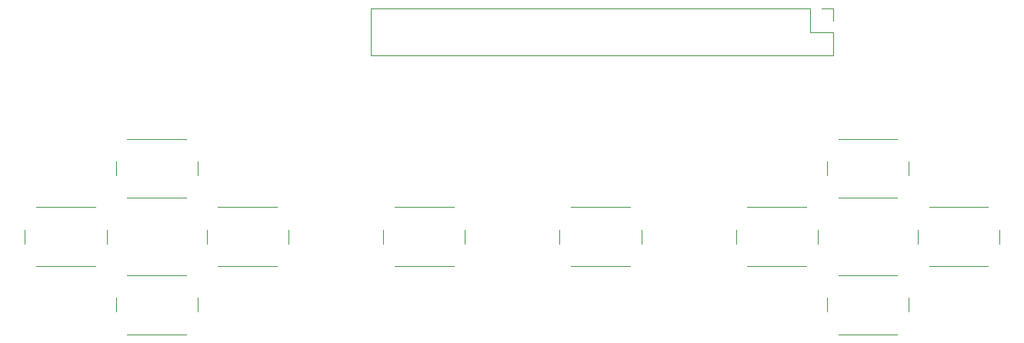
<source format=gbr>
G04 #@! TF.GenerationSoftware,KiCad,Pcbnew,(5.0.2)-1*
G04 #@! TF.CreationDate,2019-11-02T01:01:46-04:00*
G04 #@! TF.ProjectId,gamepad,67616d65-7061-4642-9e6b-696361645f70,rev?*
G04 #@! TF.SameCoordinates,Original*
G04 #@! TF.FileFunction,Legend,Top*
G04 #@! TF.FilePolarity,Positive*
%FSLAX46Y46*%
G04 Gerber Fmt 4.6, Leading zero omitted, Abs format (unit mm)*
G04 Created by KiCad (PCBNEW (5.0.2)-1) date 11/2/2019 1:01:46 AM*
%MOMM*%
%LPD*%
G01*
G04 APERTURE LIST*
%ADD10C,0.120000*%
G04 APERTURE END LIST*
D10*
G04 #@! TO.C,SW6*
X150283332Y-96250000D02*
X150283332Y-94750000D01*
X149033332Y-92250000D02*
X142533332Y-92250000D01*
X141283332Y-94750000D02*
X141283332Y-96250000D01*
X142533332Y-98750000D02*
X149033332Y-98750000D01*
G04 #@! TO.C,SW1*
X101450000Y-88750000D02*
X101450000Y-87250000D01*
X100200000Y-84750000D02*
X93700000Y-84750000D01*
X92450000Y-87250000D02*
X92450000Y-88750000D01*
X93700000Y-91250000D02*
X100200000Y-91250000D01*
G04 #@! TO.C,SW2*
X111450000Y-96250000D02*
X111450000Y-94750000D01*
X110200000Y-92250000D02*
X103700000Y-92250000D01*
X102450000Y-94750000D02*
X102450000Y-96250000D01*
X103700000Y-98750000D02*
X110200000Y-98750000D01*
G04 #@! TO.C,SW4*
X91450000Y-96250000D02*
X91450000Y-94750000D01*
X90200000Y-92250000D02*
X83700000Y-92250000D01*
X82450000Y-94750000D02*
X82450000Y-96250000D01*
X83700000Y-98750000D02*
X90200000Y-98750000D01*
G04 #@! TO.C,SW5*
X130866666Y-96250000D02*
X130866666Y-94750000D01*
X129616666Y-92250000D02*
X123116666Y-92250000D01*
X121866666Y-94750000D02*
X121866666Y-96250000D01*
X123116666Y-98750000D02*
X129616666Y-98750000D01*
G04 #@! TO.C,SW8*
X179700000Y-103750000D02*
X179700000Y-102250000D01*
X178450000Y-99750000D02*
X171950000Y-99750000D01*
X170700000Y-102250000D02*
X170700000Y-103750000D01*
X171950000Y-106250000D02*
X178450000Y-106250000D01*
G04 #@! TO.C,SW9*
X189700000Y-96250000D02*
X189700000Y-94750000D01*
X188450000Y-92250000D02*
X181950000Y-92250000D01*
X180700000Y-94750000D02*
X180700000Y-96250000D01*
X181950000Y-98750000D02*
X188450000Y-98750000D01*
G04 #@! TO.C,SW10*
X169700000Y-96250000D02*
X169700000Y-94750000D01*
X168450000Y-92250000D02*
X161950000Y-92250000D01*
X160700000Y-94750000D02*
X160700000Y-96250000D01*
X161950000Y-98750000D02*
X168450000Y-98750000D01*
G04 #@! TO.C,SW3*
X101450000Y-103750000D02*
X101450000Y-102250000D01*
X100200000Y-99750000D02*
X93700000Y-99750000D01*
X92450000Y-102250000D02*
X92450000Y-103750000D01*
X93700000Y-106250000D02*
X100200000Y-106250000D01*
G04 #@! TO.C,SW7*
X179700000Y-88750000D02*
X179700000Y-87250000D01*
X178450000Y-84750000D02*
X171950000Y-84750000D01*
X170700000Y-87250000D02*
X170700000Y-88750000D01*
X171950000Y-91250000D02*
X178450000Y-91250000D01*
G04 #@! TO.C,JP1*
X171430000Y-70370000D02*
X171430000Y-71700000D01*
X170100000Y-70370000D02*
X171430000Y-70370000D01*
X171430000Y-72970000D02*
X171430000Y-75570000D01*
X168830000Y-72970000D02*
X171430000Y-72970000D01*
X168830000Y-70370000D02*
X168830000Y-72970000D01*
X171430000Y-75570000D02*
X120510000Y-75570000D01*
X168830000Y-70370000D02*
X120510000Y-70370000D01*
X120510000Y-70370000D02*
X120510000Y-75570000D01*
G04 #@! TD*
M02*

</source>
